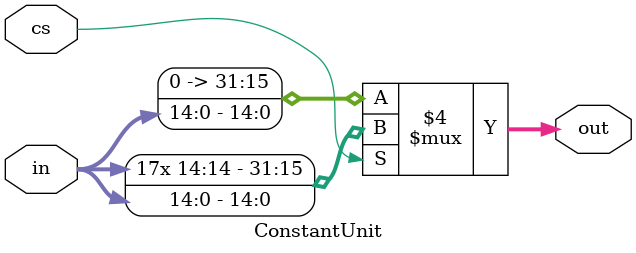
<source format=v>
module ConstantUnit(
    input[14:0] in,
    input cs,
    output reg[31:0] out
);

    always @(*) begin
        if (cs == 1'b0) begin
            out = { 17'b0, in[14:0] };
        end else begin
            out = {
                in[14],
                in[14],
                in[14],
                in[14],
                in[14],
                in[14],
                in[14],
                in[14],
                in[14],
                in[14],
                in[14],
                in[14],
                in[14],
                in[14],
                in[14],
                in[14],
                in[14],
                in[14:0]
            };
        end
    end
endmodule

</source>
